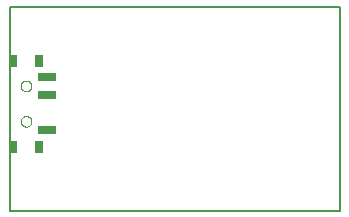
<source format=gbp>
G75*
%MOIN*%
%OFA0B0*%
%FSLAX25Y25*%
%IPPOS*%
%LPD*%
%AMOC8*
5,1,8,0,0,1.08239X$1,22.5*
%
%ADD10C,0.00800*%
%ADD11R,0.05906X0.02756*%
%ADD12R,0.02362X0.03937*%
%ADD13R,0.03150X0.03937*%
%ADD14C,0.00000*%
D10*
X0101036Y0048333D02*
X0101036Y0116333D01*
X0211036Y0116333D01*
X0211036Y0048333D01*
X0101036Y0048333D01*
D11*
X0113457Y0075144D03*
X0113457Y0086955D03*
X0113457Y0092861D03*
D12*
X0102630Y0098373D03*
X0102630Y0069633D03*
D13*
X0110898Y0069633D03*
X0110898Y0098373D03*
D14*
X0104795Y0089908D02*
X0104797Y0089992D01*
X0104803Y0090075D01*
X0104813Y0090158D01*
X0104827Y0090241D01*
X0104844Y0090323D01*
X0104866Y0090404D01*
X0104891Y0090483D01*
X0104920Y0090562D01*
X0104953Y0090639D01*
X0104989Y0090714D01*
X0105029Y0090788D01*
X0105072Y0090860D01*
X0105119Y0090929D01*
X0105169Y0090996D01*
X0105222Y0091061D01*
X0105278Y0091123D01*
X0105336Y0091183D01*
X0105398Y0091240D01*
X0105462Y0091293D01*
X0105529Y0091344D01*
X0105598Y0091391D01*
X0105669Y0091436D01*
X0105742Y0091476D01*
X0105817Y0091513D01*
X0105894Y0091547D01*
X0105972Y0091577D01*
X0106051Y0091603D01*
X0106132Y0091626D01*
X0106214Y0091644D01*
X0106296Y0091659D01*
X0106379Y0091670D01*
X0106462Y0091677D01*
X0106546Y0091680D01*
X0106630Y0091679D01*
X0106713Y0091674D01*
X0106797Y0091665D01*
X0106879Y0091652D01*
X0106961Y0091636D01*
X0107042Y0091615D01*
X0107123Y0091591D01*
X0107201Y0091563D01*
X0107279Y0091531D01*
X0107355Y0091495D01*
X0107429Y0091456D01*
X0107501Y0091414D01*
X0107571Y0091368D01*
X0107639Y0091319D01*
X0107704Y0091267D01*
X0107767Y0091212D01*
X0107827Y0091154D01*
X0107885Y0091093D01*
X0107939Y0091029D01*
X0107991Y0090963D01*
X0108039Y0090895D01*
X0108084Y0090824D01*
X0108125Y0090751D01*
X0108164Y0090677D01*
X0108198Y0090601D01*
X0108229Y0090523D01*
X0108256Y0090444D01*
X0108280Y0090363D01*
X0108299Y0090282D01*
X0108315Y0090200D01*
X0108327Y0090117D01*
X0108335Y0090033D01*
X0108339Y0089950D01*
X0108339Y0089866D01*
X0108335Y0089783D01*
X0108327Y0089699D01*
X0108315Y0089616D01*
X0108299Y0089534D01*
X0108280Y0089453D01*
X0108256Y0089372D01*
X0108229Y0089293D01*
X0108198Y0089215D01*
X0108164Y0089139D01*
X0108125Y0089065D01*
X0108084Y0088992D01*
X0108039Y0088921D01*
X0107991Y0088853D01*
X0107939Y0088787D01*
X0107885Y0088723D01*
X0107827Y0088662D01*
X0107767Y0088604D01*
X0107704Y0088549D01*
X0107639Y0088497D01*
X0107571Y0088448D01*
X0107501Y0088402D01*
X0107429Y0088360D01*
X0107355Y0088321D01*
X0107279Y0088285D01*
X0107201Y0088253D01*
X0107123Y0088225D01*
X0107042Y0088201D01*
X0106961Y0088180D01*
X0106879Y0088164D01*
X0106797Y0088151D01*
X0106713Y0088142D01*
X0106630Y0088137D01*
X0106546Y0088136D01*
X0106462Y0088139D01*
X0106379Y0088146D01*
X0106296Y0088157D01*
X0106214Y0088172D01*
X0106132Y0088190D01*
X0106051Y0088213D01*
X0105972Y0088239D01*
X0105894Y0088269D01*
X0105817Y0088303D01*
X0105742Y0088340D01*
X0105669Y0088380D01*
X0105598Y0088425D01*
X0105529Y0088472D01*
X0105462Y0088523D01*
X0105398Y0088576D01*
X0105336Y0088633D01*
X0105278Y0088693D01*
X0105222Y0088755D01*
X0105169Y0088820D01*
X0105119Y0088887D01*
X0105072Y0088956D01*
X0105029Y0089028D01*
X0104989Y0089102D01*
X0104953Y0089177D01*
X0104920Y0089254D01*
X0104891Y0089333D01*
X0104866Y0089412D01*
X0104844Y0089493D01*
X0104827Y0089575D01*
X0104813Y0089658D01*
X0104803Y0089741D01*
X0104797Y0089824D01*
X0104795Y0089908D01*
X0104795Y0078097D02*
X0104797Y0078181D01*
X0104803Y0078264D01*
X0104813Y0078347D01*
X0104827Y0078430D01*
X0104844Y0078512D01*
X0104866Y0078593D01*
X0104891Y0078672D01*
X0104920Y0078751D01*
X0104953Y0078828D01*
X0104989Y0078903D01*
X0105029Y0078977D01*
X0105072Y0079049D01*
X0105119Y0079118D01*
X0105169Y0079185D01*
X0105222Y0079250D01*
X0105278Y0079312D01*
X0105336Y0079372D01*
X0105398Y0079429D01*
X0105462Y0079482D01*
X0105529Y0079533D01*
X0105598Y0079580D01*
X0105669Y0079625D01*
X0105742Y0079665D01*
X0105817Y0079702D01*
X0105894Y0079736D01*
X0105972Y0079766D01*
X0106051Y0079792D01*
X0106132Y0079815D01*
X0106214Y0079833D01*
X0106296Y0079848D01*
X0106379Y0079859D01*
X0106462Y0079866D01*
X0106546Y0079869D01*
X0106630Y0079868D01*
X0106713Y0079863D01*
X0106797Y0079854D01*
X0106879Y0079841D01*
X0106961Y0079825D01*
X0107042Y0079804D01*
X0107123Y0079780D01*
X0107201Y0079752D01*
X0107279Y0079720D01*
X0107355Y0079684D01*
X0107429Y0079645D01*
X0107501Y0079603D01*
X0107571Y0079557D01*
X0107639Y0079508D01*
X0107704Y0079456D01*
X0107767Y0079401D01*
X0107827Y0079343D01*
X0107885Y0079282D01*
X0107939Y0079218D01*
X0107991Y0079152D01*
X0108039Y0079084D01*
X0108084Y0079013D01*
X0108125Y0078940D01*
X0108164Y0078866D01*
X0108198Y0078790D01*
X0108229Y0078712D01*
X0108256Y0078633D01*
X0108280Y0078552D01*
X0108299Y0078471D01*
X0108315Y0078389D01*
X0108327Y0078306D01*
X0108335Y0078222D01*
X0108339Y0078139D01*
X0108339Y0078055D01*
X0108335Y0077972D01*
X0108327Y0077888D01*
X0108315Y0077805D01*
X0108299Y0077723D01*
X0108280Y0077642D01*
X0108256Y0077561D01*
X0108229Y0077482D01*
X0108198Y0077404D01*
X0108164Y0077328D01*
X0108125Y0077254D01*
X0108084Y0077181D01*
X0108039Y0077110D01*
X0107991Y0077042D01*
X0107939Y0076976D01*
X0107885Y0076912D01*
X0107827Y0076851D01*
X0107767Y0076793D01*
X0107704Y0076738D01*
X0107639Y0076686D01*
X0107571Y0076637D01*
X0107501Y0076591D01*
X0107429Y0076549D01*
X0107355Y0076510D01*
X0107279Y0076474D01*
X0107201Y0076442D01*
X0107123Y0076414D01*
X0107042Y0076390D01*
X0106961Y0076369D01*
X0106879Y0076353D01*
X0106797Y0076340D01*
X0106713Y0076331D01*
X0106630Y0076326D01*
X0106546Y0076325D01*
X0106462Y0076328D01*
X0106379Y0076335D01*
X0106296Y0076346D01*
X0106214Y0076361D01*
X0106132Y0076379D01*
X0106051Y0076402D01*
X0105972Y0076428D01*
X0105894Y0076458D01*
X0105817Y0076492D01*
X0105742Y0076529D01*
X0105669Y0076569D01*
X0105598Y0076614D01*
X0105529Y0076661D01*
X0105462Y0076712D01*
X0105398Y0076765D01*
X0105336Y0076822D01*
X0105278Y0076882D01*
X0105222Y0076944D01*
X0105169Y0077009D01*
X0105119Y0077076D01*
X0105072Y0077145D01*
X0105029Y0077217D01*
X0104989Y0077291D01*
X0104953Y0077366D01*
X0104920Y0077443D01*
X0104891Y0077522D01*
X0104866Y0077601D01*
X0104844Y0077682D01*
X0104827Y0077764D01*
X0104813Y0077847D01*
X0104803Y0077930D01*
X0104797Y0078013D01*
X0104795Y0078097D01*
M02*

</source>
